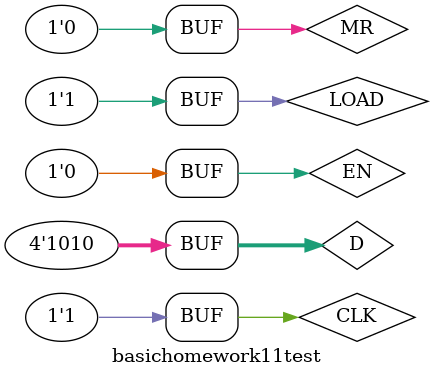
<source format=v>
`timescale 1ns / 1ps


module basichomework11test;

	// Inputs
	reg MR;
	reg LOAD;
	reg EN;
	reg CLK;
	reg [3:0] D;

	// Outputs
	wire [3:0] Q;
	wire CO;

	// Instantiate the Unit Under Test (UUT)
	basichomework11 uut (
		.MR(MR), 
		.LOAD(LOAD), 
		.EN(EN), 
		.CLK(CLK), 
		.Q(Q), 
		.CO(CO), 
		.D(D)
	);

	initial begin
		// Initialize Inputs
		MR = 0;
		LOAD = 0;
		EN = 0;
		CLK = 0;
		D = 0;

		// Wait 100 ns for global reset to finish
		#100;
        
		// Add stimulus here
		#100;
		D=4'b1010;
		
		#100;
		MR<=1;
		LOAD<=0;
		CLK<=1;
		
		#100;
		LOAD<=1;
		
		#100;
		EN<=1;
		CLK<=1;
		
		#100;
		CLK<=0;
		
		#100;
		CLK<=1;
		
		#100;
		CLK<=0;
		
		#100;
		CLK<=1;
		EN<=0;
		
		#100;
		CLK<=0;
		
		#100;
		CLK<=1;
		
		#100;
		MR<=0;
		
	end
      
endmodule


</source>
